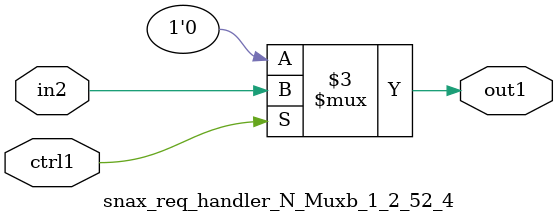
<source format=v>

`timescale 1ps / 1ps


module snax_req_handler_N_Muxb_1_2_52_4( in2, ctrl1, out1 );

    input in2;
    input ctrl1;
    output out1;
    reg out1;

    
    // rtl_process:snax_req_handler_N_Muxb_1_2_52_4/snax_req_handler_N_Muxb_1_2_52_4_thread_1
    always @*
      begin : snax_req_handler_N_Muxb_1_2_52_4_thread_1
        case (ctrl1) 
          1'b1: 
            begin
              out1 = in2;
            end
          default: 
            begin
              out1 = 1'b0;
            end
        endcase
      end

endmodule





</source>
